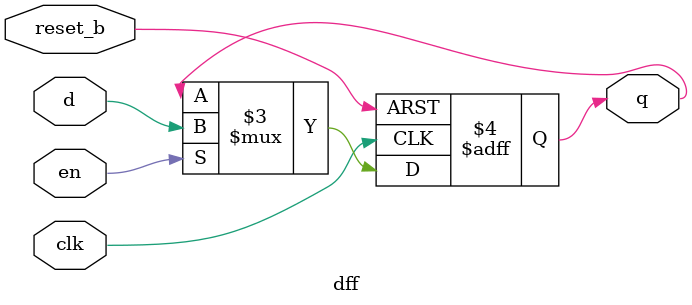
<source format=sv>
module fp16_divider (
    input  wire        clk,
    input  wire        reset_b,
    input  wire [15:0] input_a,
    input  wire [15:0] input_b,
    input  wire        start,
    input  wire        clear,
    
    output wire        valid,
    output wire [15:0] result
);

wire          sign_bit;
wire  [10:0]  mantisa;
wire  [4:0]   exponent;
wire          zcheck;
wire          valid_reg_d_temp;

assign sign_bit         =  input_a[15] ^ input_b[15];
assign mantisa          =  (input_a[9:0] - input_b[9:0]/* + 10'b00001_01110*/);
assign exponent         =  mantisa[10] ? (input_a[14:10] - input_b[14:10] + 5'b01110) : (input_a[14:10] - input_b[14:10] + 5'b01111);
assign zcheck           =  (input_a == 16'b0) | (input_b == 16'b0);  
assign result           =  zcheck ? 16'b0 : {sign_bit, exponent, mantisa[9:0]};

assign valid_reg_d_temp = clear ? 1'b0 : start;

dff #(
    .FLOP_WIDTH  ( 1                ),
    .RESET_VALUE ( 1'b0             )
) u_valid_reg (
    .clk         ( clk              ),
    .reset_b     ( reset_b          ),
    .en          ( 1'b1             ),
    .d           ( valid_reg_d_temp ),
    .q           ( valid            )
);

endmodule

module dff # (
    parameter FLOP_WIDTH = 1,
    parameter RESET_VALUE = 1'b0
)(
    input  wire                  clk,
    input  wire                  reset_b,
    input  wire                  en,
    input  wire [FLOP_WIDTH-1:0] d,
    output reg  [FLOP_WIDTH-1:0] q
);

    always @(posedge clk or negedge reset_b) begin
        if(~reset_b) begin
            q [FLOP_WIDTH-1:0] <= RESET_VALUE;
        end
        else begin
            q [FLOP_WIDTH-1:0] <= en ? d [FLOP_WIDTH-1:0] : q [FLOP_WIDTH-1:0];
        end
    end

endmodule

</source>
